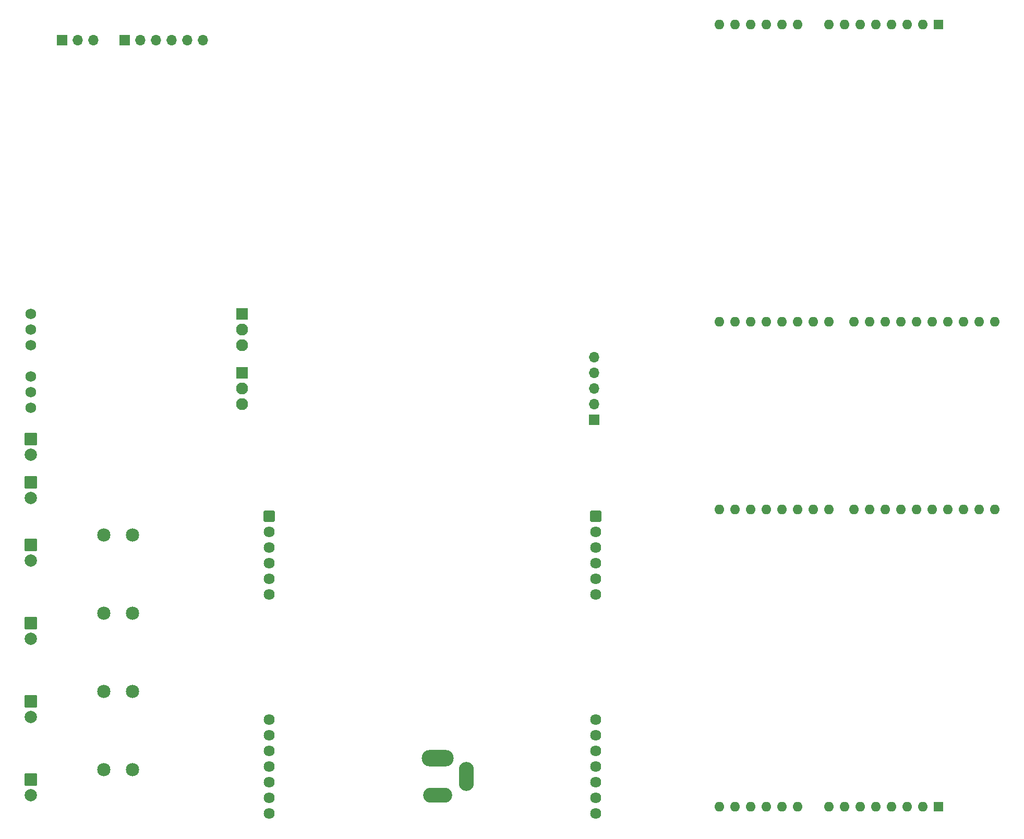
<source format=gbs>
G04 #@! TF.GenerationSoftware,KiCad,Pcbnew,7.0.9*
G04 #@! TF.CreationDate,2024-03-05T13:31:22-05:00*
G04 #@! TF.ProjectId,sleep_rig_pcb,736c6565-705f-4726-9967-5f7063622e6b,rev?*
G04 #@! TF.SameCoordinates,Original*
G04 #@! TF.FileFunction,Soldermask,Bot*
G04 #@! TF.FilePolarity,Negative*
%FSLAX46Y46*%
G04 Gerber Fmt 4.6, Leading zero omitted, Abs format (unit mm)*
G04 Created by KiCad (PCBNEW 7.0.9) date 2024-03-05 13:31:22*
%MOMM*%
%LPD*%
G01*
G04 APERTURE LIST*
G04 Aperture macros list*
%AMRoundRect*
0 Rectangle with rounded corners*
0 $1 Rounding radius*
0 $2 $3 $4 $5 $6 $7 $8 $9 X,Y pos of 4 corners*
0 Add a 4 corners polygon primitive as box body*
4,1,4,$2,$3,$4,$5,$6,$7,$8,$9,$2,$3,0*
0 Add four circle primitives for the rounded corners*
1,1,$1+$1,$2,$3*
1,1,$1+$1,$4,$5*
1,1,$1+$1,$6,$7*
1,1,$1+$1,$8,$9*
0 Add four rect primitives between the rounded corners*
20,1,$1+$1,$2,$3,$4,$5,0*
20,1,$1+$1,$4,$5,$6,$7,0*
20,1,$1+$1,$6,$7,$8,$9,0*
20,1,$1+$1,$8,$9,$2,$3,0*%
G04 Aperture macros list end*
%ADD10RoundRect,0.102000X-0.795000X0.795000X-0.795000X-0.795000X0.795000X-0.795000X0.795000X0.795000X0*%
%ADD11C,1.794000*%
%ADD12C,2.159000*%
%ADD13RoundRect,0.102000X-0.900000X0.900000X-0.900000X-0.900000X0.900000X-0.900000X0.900000X0.900000X0*%
%ADD14C,2.004000*%
%ADD15C,1.727200*%
%ADD16RoundRect,0.076200X0.892500X-0.892500X0.892500X0.892500X-0.892500X0.892500X-0.892500X-0.892500X0*%
%ADD17C,1.937400*%
%ADD18R,1.700000X1.700000*%
%ADD19O,1.700000X1.700000*%
%ADD20R,1.600000X1.600000*%
%ADD21O,1.600000X1.600000*%
%ADD22O,5.204000X2.704000*%
%ADD23O,4.704000X2.454000*%
%ADD24O,2.454000X4.704000*%
G04 APERTURE END LIST*
D10*
X119650000Y-106485000D03*
D11*
X119650000Y-109025000D03*
X119650000Y-111565000D03*
X119650000Y-114105000D03*
X119650000Y-116645000D03*
X119650000Y-119185000D03*
X119650000Y-139505000D03*
X119650000Y-142045000D03*
X119650000Y-144585000D03*
X119650000Y-147125000D03*
X119650000Y-149665000D03*
X119650000Y-152205000D03*
X119650000Y-154745000D03*
D12*
X44450000Y-109539999D03*
X39849999Y-109539999D03*
D13*
X27940000Y-123825000D03*
D14*
X27940000Y-126365000D03*
D12*
X44450000Y-134939999D03*
X39849999Y-134939999D03*
D15*
X27940000Y-83820000D03*
X27940000Y-86360000D03*
X27940000Y-88900000D03*
X27940000Y-73660000D03*
X27940000Y-76200000D03*
X27940000Y-78740000D03*
D13*
X27940000Y-149225000D03*
D14*
X27940000Y-151765000D03*
D16*
X62230000Y-83185000D03*
D17*
X62230000Y-85725000D03*
X62230000Y-88265000D03*
D18*
X33020000Y-29210000D03*
D19*
X35560000Y-29210000D03*
X38100000Y-29210000D03*
D13*
X27940000Y-100965000D03*
D14*
X27940000Y-103505000D03*
D12*
X44450000Y-122239999D03*
X39849999Y-122239999D03*
D20*
X175260000Y-153670000D03*
D21*
X172720000Y-153670000D03*
X170180000Y-153670000D03*
X167640000Y-153670000D03*
X165100000Y-153670000D03*
X162560000Y-153670000D03*
X160020000Y-153670000D03*
X157480000Y-153670000D03*
X152400000Y-153670000D03*
X149860000Y-153670000D03*
X147320000Y-153670000D03*
X144780000Y-153670000D03*
X142240000Y-153670000D03*
X139700000Y-153670000D03*
X139700000Y-105410000D03*
X142240000Y-105410000D03*
X144780000Y-105410000D03*
X147320000Y-105410000D03*
X149860000Y-105410000D03*
X152400000Y-105410000D03*
X154940000Y-105410000D03*
X157480000Y-105410000D03*
X161540000Y-105410000D03*
X164080000Y-105410000D03*
X166620000Y-105410000D03*
X169160000Y-105410000D03*
X171700000Y-105410000D03*
X174240000Y-105410000D03*
X176780000Y-105410000D03*
X179320000Y-105410000D03*
X181860000Y-105410000D03*
X184400000Y-105410000D03*
D12*
X44450000Y-147639999D03*
X39849999Y-147639999D03*
D18*
X43180000Y-29210000D03*
D19*
X45720000Y-29210000D03*
X48260000Y-29210000D03*
X50800000Y-29210000D03*
X53340000Y-29210000D03*
X55880000Y-29210000D03*
D10*
X66691000Y-106455500D03*
D11*
X66691000Y-108995500D03*
X66691000Y-111535500D03*
X66691000Y-114075500D03*
X66691000Y-116615500D03*
X66691000Y-119155500D03*
X66691000Y-139475500D03*
X66691000Y-142015500D03*
X66691000Y-144555500D03*
X66691000Y-147095500D03*
X66691000Y-149635500D03*
X66691000Y-152175500D03*
X66691000Y-154715500D03*
D13*
X27940000Y-93980000D03*
D14*
X27940000Y-96520000D03*
D20*
X175260000Y-26670000D03*
D21*
X172720000Y-26670000D03*
X170180000Y-26670000D03*
X167640000Y-26670000D03*
X165100000Y-26670000D03*
X162560000Y-26670000D03*
X160020000Y-26670000D03*
X157480000Y-26670000D03*
X152400000Y-26670000D03*
X149860000Y-26670000D03*
X147320000Y-26670000D03*
X144780000Y-26670000D03*
X142240000Y-26670000D03*
X139700000Y-26670000D03*
X139700000Y-74930000D03*
X142240000Y-74930000D03*
X144780000Y-74930000D03*
X147320000Y-74930000D03*
X149860000Y-74930000D03*
X152400000Y-74930000D03*
X154940000Y-74930000D03*
X157480000Y-74930000D03*
X161540000Y-74930000D03*
X164080000Y-74930000D03*
X166620000Y-74930000D03*
X169160000Y-74930000D03*
X171700000Y-74930000D03*
X174240000Y-74930000D03*
X176780000Y-74930000D03*
X179320000Y-74930000D03*
X181860000Y-74930000D03*
X184400000Y-74930000D03*
D13*
X27940000Y-136525000D03*
D14*
X27940000Y-139065000D03*
D22*
X93980000Y-145765000D03*
D23*
X93980000Y-151765000D03*
D24*
X98680000Y-148765000D03*
D13*
X27940000Y-111125000D03*
D14*
X27940000Y-113665000D03*
D18*
X119380000Y-90805000D03*
D19*
X119380000Y-88265000D03*
X119380000Y-85725000D03*
X119380000Y-83185000D03*
X119380000Y-80645000D03*
D16*
X62230000Y-73660000D03*
D17*
X62230000Y-76200000D03*
X62230000Y-78740000D03*
M02*

</source>
